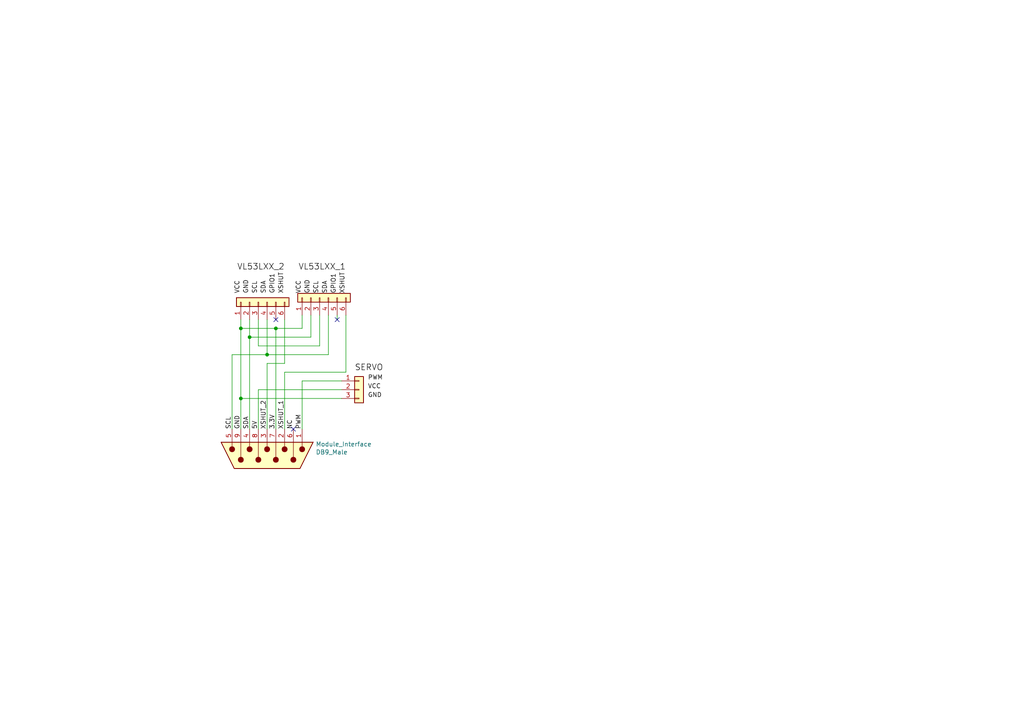
<source format=kicad_sch>
(kicad_sch (version 20211123) (generator eeschema)
  (paper "A4")
  (lib_symbols
    (symbol "Connector:DB9_Male" (pin_names (offset 1.016) hide)
      (property "Reference" "J" (at 0 13.97 0))
      (property "Value" "DB9_Male" (at 0 -14.605 0))
      (symbol "DB9_Male_0_1"
        (circle (center -1.778 -10.16) (radius 0.762) (fill (type outline)))
        (circle (center -1.778 -5.08) (radius 0.762) (fill (type outline)))
        (circle (center -1.778 0) (radius 0.762) (fill (type outline)))
        (circle (center -1.778 5.08) (radius 0.762) (fill (type outline)))
        (circle (center -1.778 10.16) (radius 0.762) (fill (type outline)))
        (polyline (pts (xy -3.81 -10.16) (xy -2.54 -10.16)))
        (polyline (pts (xy -3.81 -7.62) (xy 0.508 -7.62)))
        (polyline (pts (xy -3.81 -5.08) (xy -2.54 -5.08)))
        (polyline (pts (xy -3.81 -2.54) (xy 0.508 -2.54)))
        (polyline (pts (xy -3.81 0) (xy -2.54 0)))
        (polyline (pts (xy -3.81 2.54) (xy 0.508 2.54)))
        (polyline (pts (xy -3.81 5.08) (xy -2.54 5.08)))
        (polyline (pts (xy -3.81 7.62) (xy 0.508 7.62)))
        (polyline (pts (xy -3.81 10.16) (xy -2.54 10.16)))
        (polyline (pts (xy -3.81 -13.335) (xy -3.81 13.335) (xy 3.81 9.525) (xy 3.81 -9.525) (xy -3.81 -13.335)) (stroke (width 0.254)) (fill (type background)))
        (circle (center 1.27 -7.62) (radius 0.762) (fill (type outline)))
        (circle (center 1.27 -2.54) (radius 0.762) (fill (type outline)))
        (circle (center 1.27 2.54) (radius 0.762) (fill (type outline)))
        (circle (center 1.27 7.62) (radius 0.762) (fill (type outline)))
      )
      (symbol "DB9_Male_1_1"
        (pin passive line (at -7.62 -10.16 0) (length 3.81) (name "1") (number "1"))
        (pin passive line (at -7.62 -5.08 0) (length 3.81) (name "2") (number "2"))
        (pin passive line (at -7.62 0 0) (length 3.81) (name "3") (number "3"))
        (pin passive line (at -7.62 5.08 0) (length 3.81) (name "4") (number "4"))
        (pin passive line (at -7.62 10.16 0) (length 3.81) (name "5") (number "5"))
        (pin passive line (at -7.62 -7.62 0) (length 3.81) (name "6") (number "6"))
        (pin passive line (at -7.62 -2.54 0) (length 3.81) (name "7") (number "7"))
        (pin passive line (at -7.62 2.54 0) (length 3.81) (name "8") (number "8"))
        (pin passive line (at -7.62 7.62 0) (length 3.81) (name "9") (number "9"))
      )
    )
    (symbol "Connector_Generic:Conn_01x03" (pin_names (offset 1.016) hide)
      (property "Reference" "J" (at 0 5.08 0))
      (property "Value" "Conn_01x03" (at 0 -5.08 0))
      (symbol "Conn_01x03_1_1"
        (rectangle (start -1.27 -2.413) (end 0 -2.667) (stroke (width 0.1524)))
        (rectangle (start -1.27 0.127) (end 0 -0.127) (stroke (width 0.1524)))
        (rectangle (start -1.27 2.667) (end 0 2.413) (stroke (width 0.1524)))
        (rectangle (start -1.27 3.81) (end 1.27 -3.81) (stroke (width 0.254)) (fill (type background)))
        (pin passive line (at -5.08 2.54 0) (length 3.81) (name "Pin_1") (number "1"))
        (pin passive line (at -5.08 0 0) (length 3.81) (name "Pin_2") (number "2"))
        (pin passive line (at -5.08 -2.54 0) (length 3.81) (name "Pin_3") (number "3"))
      )
    )
    (symbol "Connector_Generic:Conn_01x06" (pin_names (offset 1.016) hide)
      (property "Reference" "J" (at 0 7.62 0))
      (property "Value" "Conn_01x06" (at 0 -10.16 0))
      (symbol "Conn_01x06_1_1"
        (rectangle (start -1.27 -7.493) (end 0 -7.747) (stroke (width 0.1524)))
        (rectangle (start -1.27 -4.953) (end 0 -5.207) (stroke (width 0.1524)))
        (rectangle (start -1.27 -2.413) (end 0 -2.667) (stroke (width 0.1524)))
        (rectangle (start -1.27 0.127) (end 0 -0.127) (stroke (width 0.1524)))
        (rectangle (start -1.27 2.667) (end 0 2.413) (stroke (width 0.1524)))
        (rectangle (start -1.27 5.207) (end 0 4.953) (stroke (width 0.1524)))
        (rectangle (start -1.27 6.35) (end 1.27 -8.89) (stroke (width 0.254)) (fill (type background)))
        (pin passive line (at -5.08 5.08 0) (length 3.81) (name "Pin_1") (number "1"))
        (pin passive line (at -5.08 2.54 0) (length 3.81) (name "Pin_2") (number "2"))
        (pin passive line (at -5.08 0 0) (length 3.81) (name "Pin_3") (number "3"))
        (pin passive line (at -5.08 -2.54 0) (length 3.81) (name "Pin_4") (number "4"))
        (pin passive line (at -5.08 -5.08 0) (length 3.81) (name "Pin_5") (number "5"))
        (pin passive line (at -5.08 -7.62 0) (length 3.81) (name "Pin_6") (number "6"))
      )
    )
  )
  (junction (at 69.85 115.57))
  (junction (at 77.47 102.87))
  (junction (at 80.01 95.25))
  (junction (at 72.39 97.79))
  (junction (at 69.85 95.25))
  (no_connect (at 80.01 92.71))
  (no_connect (at 85.09 124.46))
  (no_connect (at 97.79 92.71))
  (wire (pts (xy 95.25 91.44) (xy 95.25 102.87)))
  (wire (pts (xy 77.47 102.87) (xy 67.31 102.87)))
  (wire (pts (xy 67.31 102.87) (xy 67.31 124.46)))
  (wire (pts (xy 69.85 115.57) (xy 99.06 115.57)))
  (wire (pts (xy 87.63 124.46) (xy 87.63 110.49)))
  (wire (pts (xy 74.93 100.33) (xy 92.71 100.33)))
  (wire (pts (xy 69.85 115.57) (xy 69.85 124.46)))
  (wire (pts (xy 97.79 92.71) (xy 97.79 91.44)))
  (wire (pts (xy 92.71 91.44) (xy 92.71 100.33)))
  (wire (pts (xy 77.47 102.87) (xy 95.25 102.87)))
  (wire (pts (xy 72.39 97.79) (xy 72.39 124.46)))
  (wire (pts (xy 72.39 92.71) (xy 72.39 97.79)))
  (wire (pts (xy 80.01 95.25) (xy 80.01 124.46)))
  (wire (pts (xy 100.33 91.44) (xy 100.33 107.95)))
  (wire (pts (xy 74.93 100.33) (xy 74.93 92.71)))
  (wire (pts (xy 69.85 95.25) (xy 80.01 95.25)))
  (wire (pts (xy 69.85 92.71) (xy 69.85 95.25)))
  (wire (pts (xy 82.55 107.95) (xy 100.33 107.95)))
  (wire (pts (xy 77.47 105.41) (xy 77.47 124.46)))
  (wire (pts (xy 90.17 91.44) (xy 90.17 97.79)))
  (wire (pts (xy 74.93 124.46) (xy 74.93 113.03)))
  (wire (pts (xy 82.55 92.71) (xy 82.55 105.41)))
  (wire (pts (xy 74.93 113.03) (xy 99.06 113.03)))
  (wire (pts (xy 87.63 91.44) (xy 87.63 95.25)))
  (wire (pts (xy 69.85 95.25) (xy 69.85 115.57)))
  (wire (pts (xy 87.63 95.25) (xy 80.01 95.25)))
  (wire (pts (xy 82.55 124.46) (xy 82.55 107.95)))
  (wire (pts (xy 82.55 105.41) (xy 77.47 105.41)))
  (wire (pts (xy 87.63 110.49) (xy 99.06 110.49)))
  (wire (pts (xy 77.47 92.71) (xy 77.47 102.87)))
  (wire (pts (xy 72.39 97.79) (xy 90.17 97.79)))
  (label "3.3V" (at 80.01 124.46 90))
  (label "SDA" (at 77.47 85.09 90))
  (label "VL53LXX_2" (at 82.55 78.74 180) (effects (font (size 1.7 1.7))))
  (label "GND" (at 106.68 115.57 0))
  (label "GND" (at 90.17 85.09 90))
  (label "XSHUT" (at 82.55 85.09 90))
  (label "SERVO" (at 102.87 107.95 0) (effects (font (size 1.7 1.7))))
  (label "SDA" (at 72.39 124.46 90))
  (label "VL53LXX_1" (at 100.33 78.74 180) (effects (font (size 1.7 1.7))))
  (label "VCC" (at 106.68 113.03 0))
  (label "VCC" (at 69.85 85.09 90))
  (label "NC" (at 85.09 124.46 90))
  (label "GND" (at 72.39 85.09 90))
  (label "SDA" (at 95.25 85.09 90))
  (label "XSHUT_1" (at 82.55 124.46 90))
  (label "XSHUT" (at 100.33 85.09 90))
  (label "GPIO1" (at 97.79 85.09 90))
  (label "PWM" (at 106.68 110.49 0))
  (label "5V" (at 74.93 124.46 90))
  (label "XSHUT_2" (at 77.47 124.46 90))
  (label "VCC" (at 87.63 85.09 90))
  (label "SCL" (at 67.31 124.46 90))
  (label "GPIO1" (at 80.01 85.09 90))
  (label "SCL" (at 92.71 85.09 90))
  (label "PWM" (at 87.63 124.46 90))
  (label "GND" (at 69.85 124.46 90))
  (label "SCL" (at 74.93 85.09 90))
  (symbol (lib_id "Connector:DB9_Male") (at 77.47 132.08 90) (mirror x) (unit 1)
    (property "Reference" "Module_Interface" (at 91.567 128.8288 90) (effects (justify right)))
    (property "Value" "DB9_Male" (at 91.567 131.1402 90) (effects (justify right)))
    (property "Datasheet" " ~" (effects hide))
  )
  (symbol (lib_id "Connector_Generic:Conn_01x06") (at 92.71 86.36 90) (unit 1)
    (property "Reference" "J?" (effects hide))
    (property "Value" "Conn_01x06" (effects hide))
  )
  (symbol (lib_id "Connector_Generic:Conn_01x06") (at 74.93 87.63 90) (unit 1)
    (property "Reference" "J?" (effects hide))
    (property "Value" "Conn_01x06" (effects hide))
  )
  (symbol (lib_id "Connector_Generic:Conn_01x03") (at 104.14 113.03 0) (unit 1)
    (property "Reference" "J?" (effects hide))
    (property "Value" "Conn_01x03" (effects hide))
  )
)
</source>
